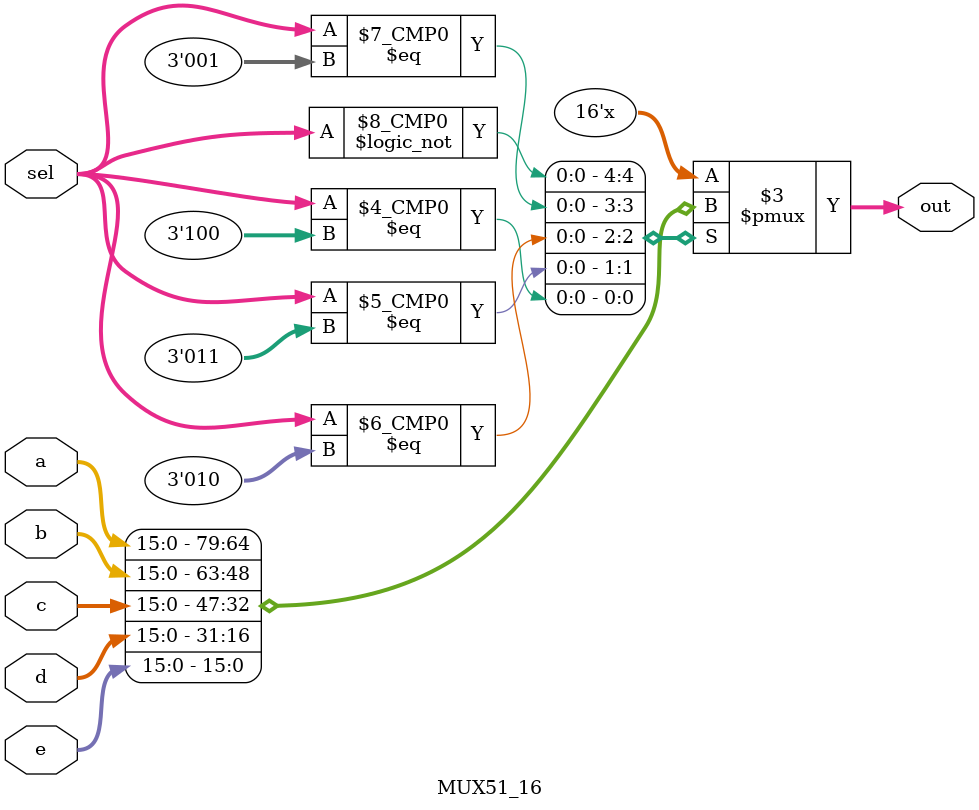
<source format=v>
module MUX51_16(out,sel,a,b,c,d,e);
  output[15:0] out;
  input[15:0] a,b,c,d,e;
  input [2:0] sel;
  reg [15:0] out;

  always@(sel or a or b or c or d or e)
      case(sel)
          3'b000: out=a;
          3'b001: out=b;
          3'b010: out=c; 
          3'b011: out=d;
          3'b100: out=e;          
          default: out=16'hxxxx;       
      endcase
endmodule
</source>
